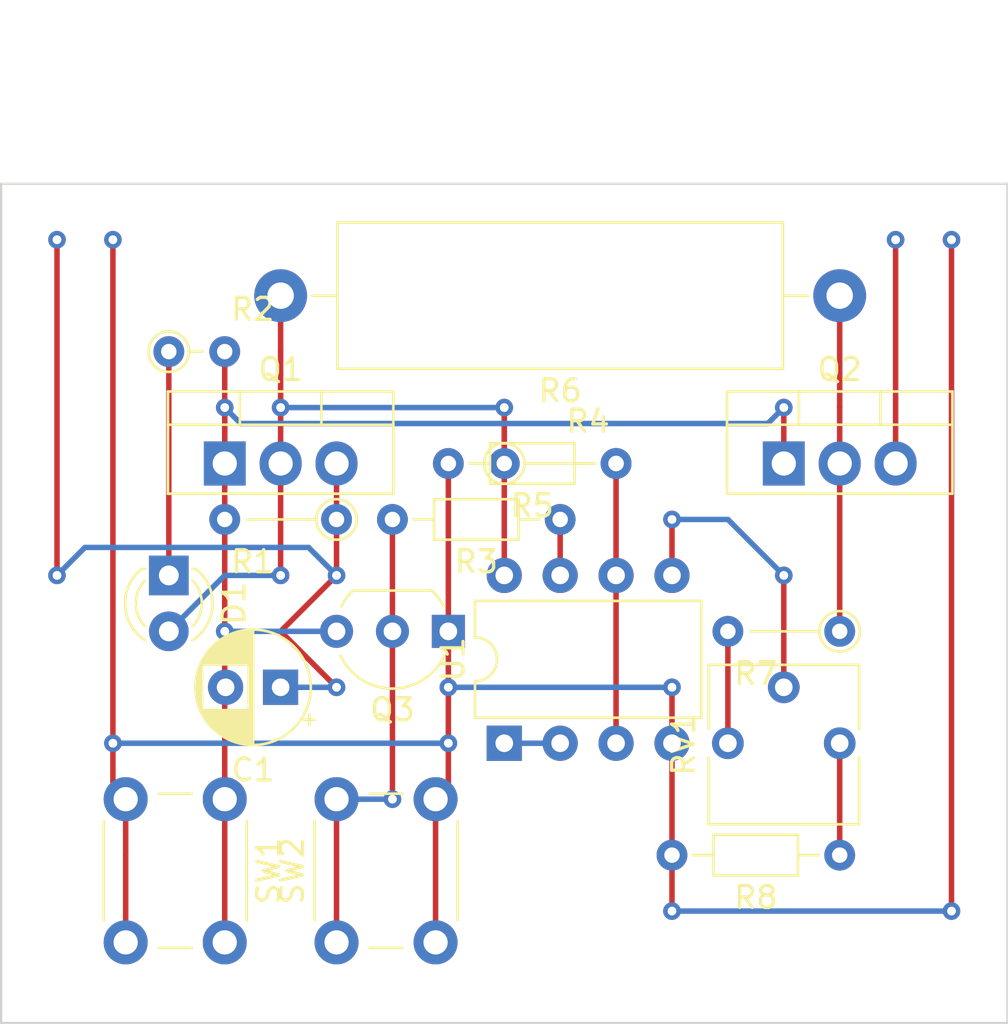
<source format=kicad_pcb>
(kicad_pcb (version 20171130) (host pcbnew "(5.1.9)-1")

  (general
    (thickness 1.6)
    (drawings 5)
    (tracks 92)
    (zones 0)
    (modules 17)
    (nets 15)
  )

  (page A4)
  (layers
    (0 F.Cu signal)
    (31 B.Cu signal)
    (32 B.Adhes user)
    (33 F.Adhes user)
    (34 B.Paste user)
    (35 F.Paste user)
    (36 B.SilkS user)
    (37 F.SilkS user)
    (38 B.Mask user)
    (39 F.Mask user)
    (40 Dwgs.User user)
    (41 Cmts.User user)
    (42 Eco1.User user)
    (43 Eco2.User user)
    (44 Edge.Cuts user)
    (45 Margin user)
    (46 B.CrtYd user)
    (47 F.CrtYd user)
    (48 B.Fab user)
    (49 F.Fab user)
  )

  (setup
    (last_trace_width 0.25)
    (trace_clearance 0.2)
    (zone_clearance 0.508)
    (zone_45_only no)
    (trace_min 0.2)
    (via_size 0.8)
    (via_drill 0.4)
    (via_min_size 0.4)
    (via_min_drill 0.3)
    (uvia_size 0.3)
    (uvia_drill 0.1)
    (uvias_allowed no)
    (uvia_min_size 0.2)
    (uvia_min_drill 0.1)
    (edge_width 0.05)
    (segment_width 0.2)
    (pcb_text_width 0.3)
    (pcb_text_size 1.5 1.5)
    (mod_edge_width 0.12)
    (mod_text_size 1 1)
    (mod_text_width 0.15)
    (pad_size 1.524 1.524)
    (pad_drill 0.762)
    (pad_to_mask_clearance 0)
    (aux_axis_origin 0 0)
    (visible_elements FFFFFF7F)
    (pcbplotparams
      (layerselection 0x010fc_ffffffff)
      (usegerberextensions false)
      (usegerberattributes true)
      (usegerberadvancedattributes true)
      (creategerberjobfile true)
      (excludeedgelayer true)
      (linewidth 0.100000)
      (plotframeref false)
      (viasonmask false)
      (mode 1)
      (useauxorigin false)
      (hpglpennumber 1)
      (hpglpenspeed 20)
      (hpglpendiameter 15.000000)
      (psnegative false)
      (psa4output false)
      (plotreference true)
      (plotvalue true)
      (plotinvisibletext false)
      (padsonsilk false)
      (subtractmaskfromsilk false)
      (outputformat 1)
      (mirror false)
      (drillshape 1)
      (scaleselection 1)
      (outputdirectory ""))
  )

  (net 0 "")
  (net 1 "Net-(C1-Pad2)")
  (net 2 V_IN)
  (net 3 "Net-(D1-Pad2)")
  (net 4 "Net-(D1-Pad1)")
  (net 5 V_OUT)
  (net 6 "Net-(Q2-Pad2)")
  (net 7 GND_IN)
  (net 8 "Net-(Q3-Pad2)")
  (net 9 "Net-(R3-Pad1)")
  (net 10 "Net-(R4-Pad2)")
  (net 11 "Net-(R7-Pad2)")
  (net 12 "Net-(R8-Pad1)")
  (net 13 "Net-(RV1-Pad2)")
  (net 14 "Net-(U1-Pad1)")

  (net_class Default "This is the default net class."
    (clearance 0.2)
    (trace_width 0.25)
    (via_dia 0.8)
    (via_drill 0.4)
    (uvia_dia 0.3)
    (uvia_drill 0.1)
    (add_net GND_IN)
    (add_net "Net-(C1-Pad2)")
    (add_net "Net-(D1-Pad1)")
    (add_net "Net-(D1-Pad2)")
    (add_net "Net-(Q2-Pad2)")
    (add_net "Net-(Q3-Pad2)")
    (add_net "Net-(R3-Pad1)")
    (add_net "Net-(R4-Pad2)")
    (add_net "Net-(R7-Pad2)")
    (add_net "Net-(R8-Pad1)")
    (add_net "Net-(RV1-Pad2)")
    (add_net "Net-(U1-Pad1)")
    (add_net V_IN)
    (add_net V_OUT)
  )

  (module Resistor_THT:R_Axial_DIN0204_L3.6mm_D1.6mm_P7.62mm_Horizontal (layer F.Cu) (tedit 5AE5139B) (tstamp 60544262)
    (at 127 86.36 180)
    (descr "Resistor, Axial_DIN0204 series, Axial, Horizontal, pin pitch=7.62mm, 0.167W, length*diameter=3.6*1.6mm^2, http://cdn-reichelt.de/documents/datenblatt/B400/1_4W%23YAG.pdf")
    (tags "Resistor Axial_DIN0204 series Axial Horizontal pin pitch 7.62mm 0.167W length 3.6mm diameter 1.6mm")
    (path /60536995)
    (fp_text reference R8 (at 3.81 -1.92) (layer F.SilkS)
      (effects (font (size 1 1) (thickness 0.15)))
    )
    (fp_text value 47K (at 3.81 1.92) (layer F.Fab)
      (effects (font (size 1 1) (thickness 0.15)))
    )
    (fp_text user %R (at 3.81 0) (layer F.Fab)
      (effects (font (size 0.72 0.72) (thickness 0.108)))
    )
    (fp_line (start 2.01 -0.8) (end 2.01 0.8) (layer F.Fab) (width 0.1))
    (fp_line (start 2.01 0.8) (end 5.61 0.8) (layer F.Fab) (width 0.1))
    (fp_line (start 5.61 0.8) (end 5.61 -0.8) (layer F.Fab) (width 0.1))
    (fp_line (start 5.61 -0.8) (end 2.01 -0.8) (layer F.Fab) (width 0.1))
    (fp_line (start 0 0) (end 2.01 0) (layer F.Fab) (width 0.1))
    (fp_line (start 7.62 0) (end 5.61 0) (layer F.Fab) (width 0.1))
    (fp_line (start 1.89 -0.92) (end 1.89 0.92) (layer F.SilkS) (width 0.12))
    (fp_line (start 1.89 0.92) (end 5.73 0.92) (layer F.SilkS) (width 0.12))
    (fp_line (start 5.73 0.92) (end 5.73 -0.92) (layer F.SilkS) (width 0.12))
    (fp_line (start 5.73 -0.92) (end 1.89 -0.92) (layer F.SilkS) (width 0.12))
    (fp_line (start 0.94 0) (end 1.89 0) (layer F.SilkS) (width 0.12))
    (fp_line (start 6.68 0) (end 5.73 0) (layer F.SilkS) (width 0.12))
    (fp_line (start -0.95 -1.05) (end -0.95 1.05) (layer F.CrtYd) (width 0.05))
    (fp_line (start -0.95 1.05) (end 8.57 1.05) (layer F.CrtYd) (width 0.05))
    (fp_line (start 8.57 1.05) (end 8.57 -1.05) (layer F.CrtYd) (width 0.05))
    (fp_line (start 8.57 -1.05) (end -0.95 -1.05) (layer F.CrtYd) (width 0.05))
    (pad 2 thru_hole oval (at 7.62 0 180) (size 1.4 1.4) (drill 0.7) (layers *.Cu *.Mask)
      (net 7 GND_IN))
    (pad 1 thru_hole circle (at 0 0 180) (size 1.4 1.4) (drill 0.7) (layers *.Cu *.Mask)
      (net 12 "Net-(R8-Pad1)"))
    (model ${KISYS3DMOD}/Resistor_THT.3dshapes/R_Axial_DIN0204_L3.6mm_D1.6mm_P7.62mm_Horizontal.wrl
      (at (xyz 0 0 0))
      (scale (xyz 1 1 1))
      (rotate (xyz 0 0 0))
    )
  )

  (module Resistor_THT:R_Axial_DIN0204_L3.6mm_D1.6mm_P5.08mm_Vertical (layer F.Cu) (tedit 5AE5139B) (tstamp 605441C1)
    (at 104.14 71.12 180)
    (descr "Resistor, Axial_DIN0204 series, Axial, Vertical, pin pitch=5.08mm, 0.167W, length*diameter=3.6*1.6mm^2, http://cdn-reichelt.de/documents/datenblatt/B400/1_4W%23YAG.pdf")
    (tags "Resistor Axial_DIN0204 series Axial Vertical pin pitch 5.08mm 0.167W length 3.6mm diameter 1.6mm")
    (path /6053260C)
    (fp_text reference R1 (at 3.81 -1.92) (layer F.SilkS)
      (effects (font (size 1 1) (thickness 0.15)))
    )
    (fp_text value 10K (at 3.81 1.92) (layer F.Fab)
      (effects (font (size 1 1) (thickness 0.15)))
    )
    (fp_text user %R (at 3.81 0) (layer F.Fab)
      (effects (font (size 0.72 0.72) (thickness 0.108)))
    )
    (fp_circle (center 0 0) (end 0.8 0) (layer F.Fab) (width 0.1))
    (fp_circle (center 0 0) (end 0.92 0) (layer F.SilkS) (width 0.12))
    (fp_line (start 0 0) (end 5.08 0) (layer F.Fab) (width 0.1))
    (fp_line (start 0.92 0) (end 4.08 0) (layer F.SilkS) (width 0.12))
    (fp_line (start -1.05 -1.05) (end -1.05 1.05) (layer F.CrtYd) (width 0.05))
    (fp_line (start -1.05 1.05) (end 6.03 1.05) (layer F.CrtYd) (width 0.05))
    (fp_line (start 6.03 1.05) (end 6.03 -1.05) (layer F.CrtYd) (width 0.05))
    (fp_line (start 6.03 -1.05) (end -1.05 -1.05) (layer F.CrtYd) (width 0.05))
    (pad 2 thru_hole oval (at 5.08 0 180) (size 1.4 1.4) (drill 0.7) (layers *.Cu *.Mask)
      (net 1 "Net-(C1-Pad2)"))
    (pad 1 thru_hole circle (at 0 0 180) (size 1.4 1.4) (drill 0.7) (layers *.Cu *.Mask)
      (net 2 V_IN))
    (model ${KISYS3DMOD}/Resistor_THT.3dshapes/R_Axial_DIN0204_L3.6mm_D1.6mm_P5.08mm_Vertical.wrl
      (at (xyz 0 0 0))
      (scale (xyz 1 1 1))
      (rotate (xyz 0 0 0))
    )
  )

  (module Resistor_THT:R_Axial_DIN0204_L3.6mm_D1.6mm_P2.54mm_Vertical (layer F.Cu) (tedit 5AE5139B) (tstamp 605441D8)
    (at 96.52 63.5)
    (descr "Resistor, Axial_DIN0204 series, Axial, Vertical, pin pitch=2.54mm, 0.167W, length*diameter=3.6*1.6mm^2, http://cdn-reichelt.de/documents/datenblatt/B400/1_4W%23YAG.pdf")
    (tags "Resistor Axial_DIN0204 series Axial Vertical pin pitch 2.54mm 0.167W length 3.6mm diameter 1.6mm")
    (path /60541B09)
    (fp_text reference R2 (at 3.81 -1.92) (layer F.SilkS)
      (effects (font (size 1 1) (thickness 0.15)))
    )
    (fp_text value 10K (at 3.81 1.92) (layer F.Fab)
      (effects (font (size 1 1) (thickness 0.15)))
    )
    (fp_text user %R (at 3.81 0) (layer F.Fab)
      (effects (font (size 0.72 0.72) (thickness 0.108)))
    )
    (fp_circle (center 0 0) (end 0.8 0) (layer F.Fab) (width 0.1))
    (fp_circle (center 0 0) (end 0.92 0) (layer F.SilkS) (width 0.12))
    (fp_line (start 0 0) (end 2.54 0) (layer F.Fab) (width 0.1))
    (fp_line (start 0.92 0) (end 1.54 0) (layer F.SilkS) (width 0.12))
    (fp_line (start -1.05 -1.05) (end -1.05 1.05) (layer F.CrtYd) (width 0.05))
    (fp_line (start -1.05 1.05) (end 3.49 1.05) (layer F.CrtYd) (width 0.05))
    (fp_line (start 3.49 1.05) (end 3.49 -1.05) (layer F.CrtYd) (width 0.05))
    (fp_line (start 3.49 -1.05) (end -1.05 -1.05) (layer F.CrtYd) (width 0.05))
    (pad 2 thru_hole oval (at 2.54 0) (size 1.4 1.4) (drill 0.7) (layers *.Cu *.Mask)
      (net 1 "Net-(C1-Pad2)"))
    (pad 1 thru_hole circle (at 0 0) (size 1.4 1.4) (drill 0.7) (layers *.Cu *.Mask)
      (net 4 "Net-(D1-Pad1)"))
    (model ${KISYS3DMOD}/Resistor_THT.3dshapes/R_Axial_DIN0204_L3.6mm_D1.6mm_P2.54mm_Vertical.wrl
      (at (xyz 0 0 0))
      (scale (xyz 1 1 1))
      (rotate (xyz 0 0 0))
    )
  )

  (module Resistor_THT:R_Axial_DIN0204_L3.6mm_D1.6mm_P5.08mm_Vertical (layer F.Cu) (tedit 5AE5139B) (tstamp 60544206)
    (at 111.76 68.58)
    (descr "Resistor, Axial_DIN0204 series, Axial, Vertical, pin pitch=5.08mm, 0.167W, length*diameter=3.6*1.6mm^2, http://cdn-reichelt.de/documents/datenblatt/B400/1_4W%23YAG.pdf")
    (tags "Resistor Axial_DIN0204 series Axial Vertical pin pitch 5.08mm 0.167W length 3.6mm diameter 1.6mm")
    (path /605361CC)
    (fp_text reference R4 (at 3.81 -1.92) (layer F.SilkS)
      (effects (font (size 1 1) (thickness 0.15)))
    )
    (fp_text value 10K (at 3.81 1.92) (layer F.Fab)
      (effects (font (size 1 1) (thickness 0.15)))
    )
    (fp_text user %R (at 3.81 0) (layer F.Fab)
      (effects (font (size 0.72 0.72) (thickness 0.108)))
    )
    (fp_circle (center 0 0) (end 0.8 0) (layer F.Fab) (width 0.1))
    (fp_circle (center 0 0) (end 0.92 0) (layer F.SilkS) (width 0.12))
    (fp_line (start 0 0) (end 5.08 0) (layer F.Fab) (width 0.1))
    (fp_line (start 0.92 0) (end 4.08 0) (layer F.SilkS) (width 0.12))
    (fp_line (start -1.05 -1.05) (end -1.05 1.05) (layer F.CrtYd) (width 0.05))
    (fp_line (start -1.05 1.05) (end 6.03 1.05) (layer F.CrtYd) (width 0.05))
    (fp_line (start 6.03 1.05) (end 6.03 -1.05) (layer F.CrtYd) (width 0.05))
    (fp_line (start 6.03 -1.05) (end -1.05 -1.05) (layer F.CrtYd) (width 0.05))
    (pad 2 thru_hole oval (at 5.08 0) (size 1.4 1.4) (drill 0.7) (layers *.Cu *.Mask)
      (net 10 "Net-(R4-Pad2)"))
    (pad 1 thru_hole circle (at 0 0) (size 1.4 1.4) (drill 0.7) (layers *.Cu *.Mask)
      (net 3 "Net-(D1-Pad2)"))
    (model ${KISYS3DMOD}/Resistor_THT.3dshapes/R_Axial_DIN0204_L3.6mm_D1.6mm_P5.08mm_Vertical.wrl
      (at (xyz 0 0 0))
      (scale (xyz 1 1 1))
      (rotate (xyz 0 0 0))
    )
  )

  (module Resistor_THT:R_Axial_DIN0204_L3.6mm_D1.6mm_P5.08mm_Vertical (layer F.Cu) (tedit 5AE5139B) (tstamp 6054424B)
    (at 127 76.2 180)
    (descr "Resistor, Axial_DIN0204 series, Axial, Vertical, pin pitch=5.08mm, 0.167W, length*diameter=3.6*1.6mm^2, http://cdn-reichelt.de/documents/datenblatt/B400/1_4W%23YAG.pdf")
    (tags "Resistor Axial_DIN0204 series Axial Vertical pin pitch 5.08mm 0.167W length 3.6mm diameter 1.6mm")
    (path /60536704)
    (fp_text reference R7 (at 3.81 -1.92) (layer F.SilkS)
      (effects (font (size 1 1) (thickness 0.15)))
    )
    (fp_text value 47K (at 3.81 1.92) (layer F.Fab)
      (effects (font (size 1 1) (thickness 0.15)))
    )
    (fp_text user %R (at 3.81 0) (layer F.Fab)
      (effects (font (size 0.72 0.72) (thickness 0.108)))
    )
    (fp_circle (center 0 0) (end 0.8 0) (layer F.Fab) (width 0.1))
    (fp_circle (center 0 0) (end 0.92 0) (layer F.SilkS) (width 0.12))
    (fp_line (start 0 0) (end 5.08 0) (layer F.Fab) (width 0.1))
    (fp_line (start 0.92 0) (end 4.08 0) (layer F.SilkS) (width 0.12))
    (fp_line (start -1.05 -1.05) (end -1.05 1.05) (layer F.CrtYd) (width 0.05))
    (fp_line (start -1.05 1.05) (end 6.03 1.05) (layer F.CrtYd) (width 0.05))
    (fp_line (start 6.03 1.05) (end 6.03 -1.05) (layer F.CrtYd) (width 0.05))
    (fp_line (start 6.03 -1.05) (end -1.05 -1.05) (layer F.CrtYd) (width 0.05))
    (pad 2 thru_hole oval (at 5.08 0 180) (size 1.4 1.4) (drill 0.7) (layers *.Cu *.Mask)
      (net 11 "Net-(R7-Pad2)"))
    (pad 1 thru_hole circle (at 0 0 180) (size 1.4 1.4) (drill 0.7) (layers *.Cu *.Mask)
      (net 6 "Net-(Q2-Pad2)"))
    (model ${KISYS3DMOD}/Resistor_THT.3dshapes/R_Axial_DIN0204_L3.6mm_D1.6mm_P5.08mm_Vertical.wrl
      (at (xyz 0 0 0))
      (scale (xyz 1 1 1))
      (rotate (xyz 0 0 0))
    )
  )

  (module Resistor_THT:R_Axial_DIN0204_L3.6mm_D1.6mm_P7.62mm_Horizontal (layer F.Cu) (tedit 5AE5139B) (tstamp 6054421D)
    (at 116.84 68.58 180)
    (descr "Resistor, Axial_DIN0204 series, Axial, Horizontal, pin pitch=7.62mm, 0.167W, length*diameter=3.6*1.6mm^2, http://cdn-reichelt.de/documents/datenblatt/B400/1_4W%23YAG.pdf")
    (tags "Resistor Axial_DIN0204 series Axial Horizontal pin pitch 7.62mm 0.167W length 3.6mm diameter 1.6mm")
    (path /60536424)
    (fp_text reference R5 (at 3.81 -1.92) (layer F.SilkS)
      (effects (font (size 1 1) (thickness 0.15)))
    )
    (fp_text value 10K (at 3.81 1.92) (layer F.Fab)
      (effects (font (size 1 1) (thickness 0.15)))
    )
    (fp_text user %R (at 3.81 0) (layer F.Fab)
      (effects (font (size 0.72 0.72) (thickness 0.108)))
    )
    (fp_line (start 2.01 -0.8) (end 2.01 0.8) (layer F.Fab) (width 0.1))
    (fp_line (start 2.01 0.8) (end 5.61 0.8) (layer F.Fab) (width 0.1))
    (fp_line (start 5.61 0.8) (end 5.61 -0.8) (layer F.Fab) (width 0.1))
    (fp_line (start 5.61 -0.8) (end 2.01 -0.8) (layer F.Fab) (width 0.1))
    (fp_line (start 0 0) (end 2.01 0) (layer F.Fab) (width 0.1))
    (fp_line (start 7.62 0) (end 5.61 0) (layer F.Fab) (width 0.1))
    (fp_line (start 1.89 -0.92) (end 1.89 0.92) (layer F.SilkS) (width 0.12))
    (fp_line (start 1.89 0.92) (end 5.73 0.92) (layer F.SilkS) (width 0.12))
    (fp_line (start 5.73 0.92) (end 5.73 -0.92) (layer F.SilkS) (width 0.12))
    (fp_line (start 5.73 -0.92) (end 1.89 -0.92) (layer F.SilkS) (width 0.12))
    (fp_line (start 0.94 0) (end 1.89 0) (layer F.SilkS) (width 0.12))
    (fp_line (start 6.68 0) (end 5.73 0) (layer F.SilkS) (width 0.12))
    (fp_line (start -0.95 -1.05) (end -0.95 1.05) (layer F.CrtYd) (width 0.05))
    (fp_line (start -0.95 1.05) (end 8.57 1.05) (layer F.CrtYd) (width 0.05))
    (fp_line (start 8.57 1.05) (end 8.57 -1.05) (layer F.CrtYd) (width 0.05))
    (fp_line (start 8.57 -1.05) (end -0.95 -1.05) (layer F.CrtYd) (width 0.05))
    (pad 2 thru_hole oval (at 7.62 0 180) (size 1.4 1.4) (drill 0.7) (layers *.Cu *.Mask)
      (net 7 GND_IN))
    (pad 1 thru_hole circle (at 0 0 180) (size 1.4 1.4) (drill 0.7) (layers *.Cu *.Mask)
      (net 10 "Net-(R4-Pad2)"))
    (model ${KISYS3DMOD}/Resistor_THT.3dshapes/R_Axial_DIN0204_L3.6mm_D1.6mm_P7.62mm_Horizontal.wrl
      (at (xyz 0 0 0))
      (scale (xyz 1 1 1))
      (rotate (xyz 0 0 0))
    )
  )

  (module Package_TO_SOT_THT:TO-92_Inline_Wide (layer F.Cu) (tedit 5A02FF81) (tstamp 60546846)
    (at 109.22 76.2 180)
    (descr "TO-92 leads in-line, wide, drill 0.75mm (see NXP sot054_po.pdf)")
    (tags "to-92 sc-43 sc-43a sot54 PA33 transistor")
    (path /6052FAFC)
    (fp_text reference Q3 (at 2.54 -3.56) (layer F.SilkS)
      (effects (font (size 1 1) (thickness 0.15)))
    )
    (fp_text value 2N3904 (at 2.54 2.79) (layer F.Fab)
      (effects (font (size 1 1) (thickness 0.15)))
    )
    (fp_arc (start 2.54 0) (end 4.34 1.85) (angle -20) (layer F.SilkS) (width 0.12))
    (fp_arc (start 2.54 0) (end 2.54 -2.48) (angle -135) (layer F.Fab) (width 0.1))
    (fp_arc (start 2.54 0) (end 2.54 -2.48) (angle 135) (layer F.Fab) (width 0.1))
    (fp_arc (start 2.54 0) (end 2.54 -2.6) (angle 65) (layer F.SilkS) (width 0.12))
    (fp_arc (start 2.54 0) (end 2.54 -2.6) (angle -65) (layer F.SilkS) (width 0.12))
    (fp_arc (start 2.54 0) (end 0.74 1.85) (angle 20) (layer F.SilkS) (width 0.12))
    (fp_text user %R (at 2.54 0) (layer F.Fab)
      (effects (font (size 1 1) (thickness 0.15)))
    )
    (fp_line (start 0.74 1.85) (end 4.34 1.85) (layer F.SilkS) (width 0.12))
    (fp_line (start 0.8 1.75) (end 4.3 1.75) (layer F.Fab) (width 0.1))
    (fp_line (start -1.01 -2.73) (end 6.09 -2.73) (layer F.CrtYd) (width 0.05))
    (fp_line (start -1.01 -2.73) (end -1.01 2.01) (layer F.CrtYd) (width 0.05))
    (fp_line (start 6.09 2.01) (end 6.09 -2.73) (layer F.CrtYd) (width 0.05))
    (fp_line (start 6.09 2.01) (end -1.01 2.01) (layer F.CrtYd) (width 0.05))
    (pad 1 thru_hole rect (at 0 0 180) (size 1.5 1.5) (drill 0.8) (layers *.Cu *.Mask)
      (net 7 GND_IN))
    (pad 3 thru_hole circle (at 5.08 0 180) (size 1.5 1.5) (drill 0.8) (layers *.Cu *.Mask)
      (net 1 "Net-(C1-Pad2)"))
    (pad 2 thru_hole circle (at 2.54 0 180) (size 1.5 1.5) (drill 0.8) (layers *.Cu *.Mask)
      (net 8 "Net-(Q3-Pad2)"))
    (model ${KISYS3DMOD}/Package_TO_SOT_THT.3dshapes/TO-92_Inline_Wide.wrl
      (at (xyz 0 0 0))
      (scale (xyz 1 1 1))
      (rotate (xyz 0 0 0))
    )
  )

  (module Package_DIP:DIP-8_W7.62mm (layer F.Cu) (tedit 5A02E8C5) (tstamp 605442DF)
    (at 111.76 81.28 90)
    (descr "8-lead though-hole mounted DIP package, row spacing 7.62 mm (300 mils)")
    (tags "THT DIP DIL PDIP 2.54mm 7.62mm 300mil")
    (path /6052A329)
    (fp_text reference U1 (at 3.81 -2.33 90) (layer F.SilkS)
      (effects (font (size 1 1) (thickness 0.15)))
    )
    (fp_text value TL072 (at 3.81 9.95 90) (layer F.Fab)
      (effects (font (size 1 1) (thickness 0.15)))
    )
    (fp_text user %R (at 3.81 3.81 90) (layer F.Fab)
      (effects (font (size 1 1) (thickness 0.15)))
    )
    (fp_arc (start 3.81 -1.33) (end 2.81 -1.33) (angle -180) (layer F.SilkS) (width 0.12))
    (fp_line (start 1.635 -1.27) (end 6.985 -1.27) (layer F.Fab) (width 0.1))
    (fp_line (start 6.985 -1.27) (end 6.985 8.89) (layer F.Fab) (width 0.1))
    (fp_line (start 6.985 8.89) (end 0.635 8.89) (layer F.Fab) (width 0.1))
    (fp_line (start 0.635 8.89) (end 0.635 -0.27) (layer F.Fab) (width 0.1))
    (fp_line (start 0.635 -0.27) (end 1.635 -1.27) (layer F.Fab) (width 0.1))
    (fp_line (start 2.81 -1.33) (end 1.16 -1.33) (layer F.SilkS) (width 0.12))
    (fp_line (start 1.16 -1.33) (end 1.16 8.95) (layer F.SilkS) (width 0.12))
    (fp_line (start 1.16 8.95) (end 6.46 8.95) (layer F.SilkS) (width 0.12))
    (fp_line (start 6.46 8.95) (end 6.46 -1.33) (layer F.SilkS) (width 0.12))
    (fp_line (start 6.46 -1.33) (end 4.81 -1.33) (layer F.SilkS) (width 0.12))
    (fp_line (start -1.1 -1.55) (end -1.1 9.15) (layer F.CrtYd) (width 0.05))
    (fp_line (start -1.1 9.15) (end 8.7 9.15) (layer F.CrtYd) (width 0.05))
    (fp_line (start 8.7 9.15) (end 8.7 -1.55) (layer F.CrtYd) (width 0.05))
    (fp_line (start 8.7 -1.55) (end -1.1 -1.55) (layer F.CrtYd) (width 0.05))
    (pad 8 thru_hole oval (at 7.62 0 90) (size 1.6 1.6) (drill 0.8) (layers *.Cu *.Mask)
      (net 3 "Net-(D1-Pad2)"))
    (pad 4 thru_hole oval (at 0 7.62 90) (size 1.6 1.6) (drill 0.8) (layers *.Cu *.Mask)
      (net 7 GND_IN))
    (pad 7 thru_hole oval (at 7.62 2.54 90) (size 1.6 1.6) (drill 0.8) (layers *.Cu *.Mask)
      (net 9 "Net-(R3-Pad1)"))
    (pad 3 thru_hole oval (at 0 5.08 90) (size 1.6 1.6) (drill 0.8) (layers *.Cu *.Mask)
      (net 10 "Net-(R4-Pad2)"))
    (pad 6 thru_hole oval (at 7.62 5.08 90) (size 1.6 1.6) (drill 0.8) (layers *.Cu *.Mask)
      (net 10 "Net-(R4-Pad2)"))
    (pad 2 thru_hole oval (at 0 2.54 90) (size 1.6 1.6) (drill 0.8) (layers *.Cu *.Mask)
      (net 14 "Net-(U1-Pad1)"))
    (pad 5 thru_hole oval (at 7.62 7.62 90) (size 1.6 1.6) (drill 0.8) (layers *.Cu *.Mask)
      (net 13 "Net-(RV1-Pad2)"))
    (pad 1 thru_hole rect (at 0 0 90) (size 1.6 1.6) (drill 0.8) (layers *.Cu *.Mask)
      (net 14 "Net-(U1-Pad1)"))
    (model ${KISYS3DMOD}/Package_DIP.3dshapes/DIP-8_W7.62mm.wrl
      (at (xyz 0 0 0))
      (scale (xyz 1 1 1))
      (rotate (xyz 0 0 0))
    )
  )

  (module Button_Switch_THT:SW_PUSH_6mm_H5mm (layer F.Cu) (tedit 5A02FE31) (tstamp 60546C3C)
    (at 104.14 90.32 90)
    (descr "tactile push button, 6x6mm e.g. PHAP33xx series, height=5mm")
    (tags "tact sw push 6mm")
    (path /605373E3)
    (fp_text reference SW2 (at 3.25 -2 90) (layer F.SilkS)
      (effects (font (size 1 1) (thickness 0.15)))
    )
    (fp_text value SW_Push (at 3.75 6.7 90) (layer F.Fab)
      (effects (font (size 1 1) (thickness 0.15)))
    )
    (fp_text user %R (at 3.25 2.25 90) (layer F.Fab)
      (effects (font (size 1 1) (thickness 0.15)))
    )
    (fp_line (start 3.25 -0.75) (end 6.25 -0.75) (layer F.Fab) (width 0.1))
    (fp_line (start 6.25 -0.75) (end 6.25 5.25) (layer F.Fab) (width 0.1))
    (fp_line (start 6.25 5.25) (end 0.25 5.25) (layer F.Fab) (width 0.1))
    (fp_line (start 0.25 5.25) (end 0.25 -0.75) (layer F.Fab) (width 0.1))
    (fp_line (start 0.25 -0.75) (end 3.25 -0.75) (layer F.Fab) (width 0.1))
    (fp_line (start 7.75 6) (end 8 6) (layer F.CrtYd) (width 0.05))
    (fp_line (start 8 6) (end 8 5.75) (layer F.CrtYd) (width 0.05))
    (fp_line (start 7.75 -1.5) (end 8 -1.5) (layer F.CrtYd) (width 0.05))
    (fp_line (start 8 -1.5) (end 8 -1.25) (layer F.CrtYd) (width 0.05))
    (fp_line (start -1.5 -1.25) (end -1.5 -1.5) (layer F.CrtYd) (width 0.05))
    (fp_line (start -1.5 -1.5) (end -1.25 -1.5) (layer F.CrtYd) (width 0.05))
    (fp_line (start -1.5 5.75) (end -1.5 6) (layer F.CrtYd) (width 0.05))
    (fp_line (start -1.5 6) (end -1.25 6) (layer F.CrtYd) (width 0.05))
    (fp_line (start -1.25 -1.5) (end 7.75 -1.5) (layer F.CrtYd) (width 0.05))
    (fp_line (start -1.5 5.75) (end -1.5 -1.25) (layer F.CrtYd) (width 0.05))
    (fp_line (start 7.75 6) (end -1.25 6) (layer F.CrtYd) (width 0.05))
    (fp_line (start 8 -1.25) (end 8 5.75) (layer F.CrtYd) (width 0.05))
    (fp_line (start 1 5.5) (end 5.5 5.5) (layer F.SilkS) (width 0.12))
    (fp_line (start -0.25 1.5) (end -0.25 3) (layer F.SilkS) (width 0.12))
    (fp_line (start 5.5 -1) (end 1 -1) (layer F.SilkS) (width 0.12))
    (fp_line (start 6.75 3) (end 6.75 1.5) (layer F.SilkS) (width 0.12))
    (fp_circle (center 3.25 2.25) (end 1.25 2.5) (layer F.Fab) (width 0.1))
    (pad 1 thru_hole circle (at 6.5 0 180) (size 2 2) (drill 1.1) (layers *.Cu *.Mask)
      (net 8 "Net-(Q3-Pad2)"))
    (pad 2 thru_hole circle (at 6.5 4.5 180) (size 2 2) (drill 1.1) (layers *.Cu *.Mask)
      (net 7 GND_IN))
    (pad 1 thru_hole circle (at 0 0 180) (size 2 2) (drill 1.1) (layers *.Cu *.Mask)
      (net 8 "Net-(Q3-Pad2)"))
    (pad 2 thru_hole circle (at 0 4.5 180) (size 2 2) (drill 1.1) (layers *.Cu *.Mask)
      (net 7 GND_IN))
    (model ${KISYS3DMOD}/Button_Switch_THT.3dshapes/SW_PUSH_6mm_H5mm.wrl
      (at (xyz 0 0 0))
      (scale (xyz 1 1 1))
      (rotate (xyz 0 0 0))
    )
  )

  (module Button_Switch_THT:SW_PUSH_6mm_H5mm (layer F.Cu) (tedit 5A02FE31) (tstamp 605442A4)
    (at 99.06 83.82 270)
    (descr "tactile push button, 6x6mm e.g. PHAP33xx series, height=5mm")
    (tags "tact sw push 6mm")
    (path /60534407)
    (fp_text reference SW1 (at 3.25 -2 90) (layer F.SilkS)
      (effects (font (size 1 1) (thickness 0.15)))
    )
    (fp_text value SW_Push (at 3.75 6.7 90) (layer F.Fab)
      (effects (font (size 1 1) (thickness 0.15)))
    )
    (fp_text user %R (at 3.25 2.25 90) (layer F.Fab)
      (effects (font (size 1 1) (thickness 0.15)))
    )
    (fp_line (start 3.25 -0.75) (end 6.25 -0.75) (layer F.Fab) (width 0.1))
    (fp_line (start 6.25 -0.75) (end 6.25 5.25) (layer F.Fab) (width 0.1))
    (fp_line (start 6.25 5.25) (end 0.25 5.25) (layer F.Fab) (width 0.1))
    (fp_line (start 0.25 5.25) (end 0.25 -0.75) (layer F.Fab) (width 0.1))
    (fp_line (start 0.25 -0.75) (end 3.25 -0.75) (layer F.Fab) (width 0.1))
    (fp_line (start 7.75 6) (end 8 6) (layer F.CrtYd) (width 0.05))
    (fp_line (start 8 6) (end 8 5.75) (layer F.CrtYd) (width 0.05))
    (fp_line (start 7.75 -1.5) (end 8 -1.5) (layer F.CrtYd) (width 0.05))
    (fp_line (start 8 -1.5) (end 8 -1.25) (layer F.CrtYd) (width 0.05))
    (fp_line (start -1.5 -1.25) (end -1.5 -1.5) (layer F.CrtYd) (width 0.05))
    (fp_line (start -1.5 -1.5) (end -1.25 -1.5) (layer F.CrtYd) (width 0.05))
    (fp_line (start -1.5 5.75) (end -1.5 6) (layer F.CrtYd) (width 0.05))
    (fp_line (start -1.5 6) (end -1.25 6) (layer F.CrtYd) (width 0.05))
    (fp_line (start -1.25 -1.5) (end 7.75 -1.5) (layer F.CrtYd) (width 0.05))
    (fp_line (start -1.5 5.75) (end -1.5 -1.25) (layer F.CrtYd) (width 0.05))
    (fp_line (start 7.75 6) (end -1.25 6) (layer F.CrtYd) (width 0.05))
    (fp_line (start 8 -1.25) (end 8 5.75) (layer F.CrtYd) (width 0.05))
    (fp_line (start 1 5.5) (end 5.5 5.5) (layer F.SilkS) (width 0.12))
    (fp_line (start -0.25 1.5) (end -0.25 3) (layer F.SilkS) (width 0.12))
    (fp_line (start 5.5 -1) (end 1 -1) (layer F.SilkS) (width 0.12))
    (fp_line (start 6.75 3) (end 6.75 1.5) (layer F.SilkS) (width 0.12))
    (fp_circle (center 3.25 2.25) (end 1.25 2.5) (layer F.Fab) (width 0.1))
    (pad 1 thru_hole circle (at 6.5 0) (size 2 2) (drill 1.1) (layers *.Cu *.Mask)
      (net 1 "Net-(C1-Pad2)"))
    (pad 2 thru_hole circle (at 6.5 4.5) (size 2 2) (drill 1.1) (layers *.Cu *.Mask)
      (net 7 GND_IN))
    (pad 1 thru_hole circle (at 0 0) (size 2 2) (drill 1.1) (layers *.Cu *.Mask)
      (net 1 "Net-(C1-Pad2)"))
    (pad 2 thru_hole circle (at 0 4.5) (size 2 2) (drill 1.1) (layers *.Cu *.Mask)
      (net 7 GND_IN))
    (model ${KISYS3DMOD}/Button_Switch_THT.3dshapes/SW_PUSH_6mm_H5mm.wrl
      (at (xyz 0 0 0))
      (scale (xyz 1 1 1))
      (rotate (xyz 0 0 0))
    )
  )

  (module Potentiometer_THT:Potentiometer_Vishay_T73YP_Vertical (layer F.Cu) (tedit 5A3D4993) (tstamp 60544285)
    (at 127 81.28 90)
    (descr "Potentiometer, vertical, Vishay T73YP, http://www.vishay.com/docs/51016/t73.pdf")
    (tags "Potentiometer vertical Vishay T73YP")
    (path /6053536C)
    (fp_text reference RV1 (at -0.06 -7.09 90) (layer F.SilkS)
      (effects (font (size 1 1) (thickness 0.15)))
    )
    (fp_text value 10K (at -0.06 2.01 90) (layer F.Fab)
      (effects (font (size 1 1) (thickness 0.15)))
    )
    (fp_text user %R (at -2.56 -2.54) (layer F.Fab)
      (effects (font (size 1 1) (thickness 0.15)))
    )
    (fp_circle (center 0.24 -2.54) (end 1.74 -2.54) (layer F.Fab) (width 0.1))
    (fp_line (start -3.56 -5.84) (end -3.56 0.76) (layer F.Fab) (width 0.1))
    (fp_line (start -3.56 0.76) (end 3.44 0.76) (layer F.Fab) (width 0.1))
    (fp_line (start 3.44 0.76) (end 3.44 -5.84) (layer F.Fab) (width 0.1))
    (fp_line (start 3.44 -5.84) (end -3.56 -5.84) (layer F.Fab) (width 0.1))
    (fp_line (start -0.961 -2.616) (end 0.164 -2.616) (layer F.Fab) (width 0.1))
    (fp_line (start 0.164 -2.616) (end 0.164 -3.741) (layer F.Fab) (width 0.1))
    (fp_line (start 0.164 -3.741) (end 0.316 -3.741) (layer F.Fab) (width 0.1))
    (fp_line (start 0.316 -3.741) (end 0.316 -2.616) (layer F.Fab) (width 0.1))
    (fp_line (start 0.316 -2.616) (end 1.441 -2.616) (layer F.Fab) (width 0.1))
    (fp_line (start 1.441 -2.616) (end 1.441 -2.464) (layer F.Fab) (width 0.1))
    (fp_line (start 1.441 -2.464) (end 0.316 -2.464) (layer F.Fab) (width 0.1))
    (fp_line (start 0.316 -2.464) (end 0.316 -1.339) (layer F.Fab) (width 0.1))
    (fp_line (start 0.316 -1.339) (end 0.164 -1.339) (layer F.Fab) (width 0.1))
    (fp_line (start 0.164 -1.339) (end 0.164 -2.464) (layer F.Fab) (width 0.1))
    (fp_line (start 0.164 -2.464) (end -0.961 -2.464) (layer F.Fab) (width 0.1))
    (fp_line (start -0.961 -2.464) (end -0.961 -2.616) (layer F.Fab) (width 0.1))
    (fp_line (start -3.68 -5.96) (end -0.65 -5.96) (layer F.SilkS) (width 0.12))
    (fp_line (start 0.65 -5.96) (end 3.56 -5.96) (layer F.SilkS) (width 0.12))
    (fp_line (start -3.68 0.88) (end -0.65 0.88) (layer F.SilkS) (width 0.12))
    (fp_line (start 0.65 0.88) (end 3.56 0.88) (layer F.SilkS) (width 0.12))
    (fp_line (start -3.68 -5.96) (end -3.68 0.88) (layer F.SilkS) (width 0.12))
    (fp_line (start 3.56 -5.96) (end 3.56 0.88) (layer F.SilkS) (width 0.12))
    (fp_line (start -3.85 -6.1) (end -3.85 1.05) (layer F.CrtYd) (width 0.05))
    (fp_line (start -3.85 1.05) (end 3.7 1.05) (layer F.CrtYd) (width 0.05))
    (fp_line (start 3.7 1.05) (end 3.7 -6.1) (layer F.CrtYd) (width 0.05))
    (fp_line (start 3.7 -6.1) (end -3.85 -6.1) (layer F.CrtYd) (width 0.05))
    (pad 1 thru_hole circle (at 0 0 90) (size 1.44 1.44) (drill 0.8) (layers *.Cu *.Mask)
      (net 12 "Net-(R8-Pad1)"))
    (pad 2 thru_hole circle (at 2.54 -2.54 90) (size 1.44 1.44) (drill 0.8) (layers *.Cu *.Mask)
      (net 13 "Net-(RV1-Pad2)"))
    (pad 3 thru_hole circle (at 0 -5.08 90) (size 1.44 1.44) (drill 0.8) (layers *.Cu *.Mask)
      (net 11 "Net-(R7-Pad2)"))
    (model ${KISYS3DMOD}/Potentiometer_THT.3dshapes/Potentiometer_Vishay_T73YP_Vertical.wrl
      (at (xyz 0 0 0))
      (scale (xyz 1 1 1))
      (rotate (xyz 0 0 0))
    )
  )

  (module Resistor_THT:R_Axial_Power_L20.0mm_W6.4mm_P25.40mm (layer F.Cu) (tedit 5AE5139B) (tstamp 60544234)
    (at 127 60.96 180)
    (descr "Resistor, Axial_Power series, Box, pin pitch=25.4mm, 4W, length*width*height=20*6.4*6.4mm^3, http://cdn-reichelt.de/documents/datenblatt/B400/5WAXIAL_9WAXIAL_11WAXIAL_17WAXIAL%23YAG.pdf")
    (tags "Resistor Axial_Power series Box pin pitch 25.4mm 4W length 20mm width 6.4mm height 6.4mm")
    (path /60544B95)
    (fp_text reference R6 (at 12.7 -4.32) (layer F.SilkS)
      (effects (font (size 1 1) (thickness 0.15)))
    )
    (fp_text value 1 (at 12.7 4.32) (layer F.Fab)
      (effects (font (size 1 1) (thickness 0.15)))
    )
    (fp_text user %R (at 12.7 0) (layer F.Fab)
      (effects (font (size 1 1) (thickness 0.15)))
    )
    (fp_line (start 2.7 -3.2) (end 2.7 3.2) (layer F.Fab) (width 0.1))
    (fp_line (start 2.7 3.2) (end 22.7 3.2) (layer F.Fab) (width 0.1))
    (fp_line (start 22.7 3.2) (end 22.7 -3.2) (layer F.Fab) (width 0.1))
    (fp_line (start 22.7 -3.2) (end 2.7 -3.2) (layer F.Fab) (width 0.1))
    (fp_line (start 0 0) (end 2.7 0) (layer F.Fab) (width 0.1))
    (fp_line (start 25.4 0) (end 22.7 0) (layer F.Fab) (width 0.1))
    (fp_line (start 2.58 -3.32) (end 2.58 3.32) (layer F.SilkS) (width 0.12))
    (fp_line (start 2.58 3.32) (end 22.82 3.32) (layer F.SilkS) (width 0.12))
    (fp_line (start 22.82 3.32) (end 22.82 -3.32) (layer F.SilkS) (width 0.12))
    (fp_line (start 22.82 -3.32) (end 2.58 -3.32) (layer F.SilkS) (width 0.12))
    (fp_line (start 1.44 0) (end 2.58 0) (layer F.SilkS) (width 0.12))
    (fp_line (start 23.96 0) (end 22.82 0) (layer F.SilkS) (width 0.12))
    (fp_line (start -1.45 -3.45) (end -1.45 3.45) (layer F.CrtYd) (width 0.05))
    (fp_line (start -1.45 3.45) (end 26.85 3.45) (layer F.CrtYd) (width 0.05))
    (fp_line (start 26.85 3.45) (end 26.85 -3.45) (layer F.CrtYd) (width 0.05))
    (fp_line (start 26.85 -3.45) (end -1.45 -3.45) (layer F.CrtYd) (width 0.05))
    (pad 2 thru_hole oval (at 25.4 0 180) (size 2.4 2.4) (drill 1.2) (layers *.Cu *.Mask)
      (net 3 "Net-(D1-Pad2)"))
    (pad 1 thru_hole circle (at 0 0 180) (size 2.4 2.4) (drill 1.2) (layers *.Cu *.Mask)
      (net 6 "Net-(Q2-Pad2)"))
    (model ${KISYS3DMOD}/Resistor_THT.3dshapes/R_Axial_Power_L20.0mm_W6.4mm_P25.40mm.wrl
      (at (xyz 0 0 0))
      (scale (xyz 1 1 1))
      (rotate (xyz 0 0 0))
    )
  )

  (module Resistor_THT:R_Axial_DIN0204_L3.6mm_D1.6mm_P7.62mm_Horizontal (layer F.Cu) (tedit 5AE5139B) (tstamp 605441EF)
    (at 114.3 71.12 180)
    (descr "Resistor, Axial_DIN0204 series, Axial, Horizontal, pin pitch=7.62mm, 0.167W, length*diameter=3.6*1.6mm^2, http://cdn-reichelt.de/documents/datenblatt/B400/1_4W%23YAG.pdf")
    (tags "Resistor Axial_DIN0204 series Axial Horizontal pin pitch 7.62mm 0.167W length 3.6mm diameter 1.6mm")
    (path /60536CFF)
    (fp_text reference R3 (at 3.81 -1.92) (layer F.SilkS)
      (effects (font (size 1 1) (thickness 0.15)))
    )
    (fp_text value 10K (at 3.81 1.92) (layer F.Fab)
      (effects (font (size 1 1) (thickness 0.15)))
    )
    (fp_text user %R (at 3.81 0) (layer F.Fab)
      (effects (font (size 0.72 0.72) (thickness 0.108)))
    )
    (fp_line (start 2.01 -0.8) (end 2.01 0.8) (layer F.Fab) (width 0.1))
    (fp_line (start 2.01 0.8) (end 5.61 0.8) (layer F.Fab) (width 0.1))
    (fp_line (start 5.61 0.8) (end 5.61 -0.8) (layer F.Fab) (width 0.1))
    (fp_line (start 5.61 -0.8) (end 2.01 -0.8) (layer F.Fab) (width 0.1))
    (fp_line (start 0 0) (end 2.01 0) (layer F.Fab) (width 0.1))
    (fp_line (start 7.62 0) (end 5.61 0) (layer F.Fab) (width 0.1))
    (fp_line (start 1.89 -0.92) (end 1.89 0.92) (layer F.SilkS) (width 0.12))
    (fp_line (start 1.89 0.92) (end 5.73 0.92) (layer F.SilkS) (width 0.12))
    (fp_line (start 5.73 0.92) (end 5.73 -0.92) (layer F.SilkS) (width 0.12))
    (fp_line (start 5.73 -0.92) (end 1.89 -0.92) (layer F.SilkS) (width 0.12))
    (fp_line (start 0.94 0) (end 1.89 0) (layer F.SilkS) (width 0.12))
    (fp_line (start 6.68 0) (end 5.73 0) (layer F.SilkS) (width 0.12))
    (fp_line (start -0.95 -1.05) (end -0.95 1.05) (layer F.CrtYd) (width 0.05))
    (fp_line (start -0.95 1.05) (end 8.57 1.05) (layer F.CrtYd) (width 0.05))
    (fp_line (start 8.57 1.05) (end 8.57 -1.05) (layer F.CrtYd) (width 0.05))
    (fp_line (start 8.57 -1.05) (end -0.95 -1.05) (layer F.CrtYd) (width 0.05))
    (pad 2 thru_hole oval (at 7.62 0 180) (size 1.4 1.4) (drill 0.7) (layers *.Cu *.Mask)
      (net 8 "Net-(Q3-Pad2)"))
    (pad 1 thru_hole circle (at 0 0 180) (size 1.4 1.4) (drill 0.7) (layers *.Cu *.Mask)
      (net 9 "Net-(R3-Pad1)"))
    (model ${KISYS3DMOD}/Resistor_THT.3dshapes/R_Axial_DIN0204_L3.6mm_D1.6mm_P7.62mm_Horizontal.wrl
      (at (xyz 0 0 0))
      (scale (xyz 1 1 1))
      (rotate (xyz 0 0 0))
    )
  )

  (module Package_TO_SOT_THT:TO-220-3_Vertical (layer F.Cu) (tedit 5AC8BA0D) (tstamp 60544196)
    (at 124.46 68.58)
    (descr "TO-220-3, Vertical, RM 2.54mm, see https://www.vishay.com/docs/66542/to-220-1.pdf")
    (tags "TO-220-3 Vertical RM 2.54mm")
    (path /60531404)
    (fp_text reference Q2 (at 2.54 -4.27) (layer F.SilkS)
      (effects (font (size 1 1) (thickness 0.15)))
    )
    (fp_text value IRF9540N (at 2.54 2.5) (layer F.Fab)
      (effects (font (size 1 1) (thickness 0.15)))
    )
    (fp_text user %R (at 2.54 -4.27) (layer F.Fab)
      (effects (font (size 1 1) (thickness 0.15)))
    )
    (fp_line (start -2.46 -3.15) (end -2.46 1.25) (layer F.Fab) (width 0.1))
    (fp_line (start -2.46 1.25) (end 7.54 1.25) (layer F.Fab) (width 0.1))
    (fp_line (start 7.54 1.25) (end 7.54 -3.15) (layer F.Fab) (width 0.1))
    (fp_line (start 7.54 -3.15) (end -2.46 -3.15) (layer F.Fab) (width 0.1))
    (fp_line (start -2.46 -1.88) (end 7.54 -1.88) (layer F.Fab) (width 0.1))
    (fp_line (start 0.69 -3.15) (end 0.69 -1.88) (layer F.Fab) (width 0.1))
    (fp_line (start 4.39 -3.15) (end 4.39 -1.88) (layer F.Fab) (width 0.1))
    (fp_line (start -2.58 -3.27) (end 7.66 -3.27) (layer F.SilkS) (width 0.12))
    (fp_line (start -2.58 1.371) (end 7.66 1.371) (layer F.SilkS) (width 0.12))
    (fp_line (start -2.58 -3.27) (end -2.58 1.371) (layer F.SilkS) (width 0.12))
    (fp_line (start 7.66 -3.27) (end 7.66 1.371) (layer F.SilkS) (width 0.12))
    (fp_line (start -2.58 -1.76) (end 7.66 -1.76) (layer F.SilkS) (width 0.12))
    (fp_line (start 0.69 -3.27) (end 0.69 -1.76) (layer F.SilkS) (width 0.12))
    (fp_line (start 4.391 -3.27) (end 4.391 -1.76) (layer F.SilkS) (width 0.12))
    (fp_line (start -2.71 -3.4) (end -2.71 1.51) (layer F.CrtYd) (width 0.05))
    (fp_line (start -2.71 1.51) (end 7.79 1.51) (layer F.CrtYd) (width 0.05))
    (fp_line (start 7.79 1.51) (end 7.79 -3.4) (layer F.CrtYd) (width 0.05))
    (fp_line (start 7.79 -3.4) (end -2.71 -3.4) (layer F.CrtYd) (width 0.05))
    (pad 3 thru_hole oval (at 5.08 0) (size 1.905 2) (drill 1.1) (layers *.Cu *.Mask)
      (net 5 V_OUT))
    (pad 2 thru_hole oval (at 2.54 0) (size 1.905 2) (drill 1.1) (layers *.Cu *.Mask)
      (net 6 "Net-(Q2-Pad2)"))
    (pad 1 thru_hole rect (at 0 0) (size 1.905 2) (drill 1.1) (layers *.Cu *.Mask)
      (net 1 "Net-(C1-Pad2)"))
    (model ${KISYS3DMOD}/Package_TO_SOT_THT.3dshapes/TO-220-3_Vertical.wrl
      (at (xyz 0 0 0))
      (scale (xyz 1 1 1))
      (rotate (xyz 0 0 0))
    )
  )

  (module Package_TO_SOT_THT:TO-220-3_Vertical (layer F.Cu) (tedit 5AC8BA0D) (tstamp 6054417C)
    (at 99.06 68.58)
    (descr "TO-220-3, Vertical, RM 2.54mm, see https://www.vishay.com/docs/66542/to-220-1.pdf")
    (tags "TO-220-3 Vertical RM 2.54mm")
    (path /60530C63)
    (fp_text reference Q1 (at 2.54 -4.27) (layer F.SilkS)
      (effects (font (size 1 1) (thickness 0.15)))
    )
    (fp_text value IRF9540N (at 2.54 2.5) (layer F.Fab)
      (effects (font (size 1 1) (thickness 0.15)))
    )
    (fp_text user %R (at 2.54 -4.27) (layer F.Fab)
      (effects (font (size 1 1) (thickness 0.15)))
    )
    (fp_line (start -2.46 -3.15) (end -2.46 1.25) (layer F.Fab) (width 0.1))
    (fp_line (start -2.46 1.25) (end 7.54 1.25) (layer F.Fab) (width 0.1))
    (fp_line (start 7.54 1.25) (end 7.54 -3.15) (layer F.Fab) (width 0.1))
    (fp_line (start 7.54 -3.15) (end -2.46 -3.15) (layer F.Fab) (width 0.1))
    (fp_line (start -2.46 -1.88) (end 7.54 -1.88) (layer F.Fab) (width 0.1))
    (fp_line (start 0.69 -3.15) (end 0.69 -1.88) (layer F.Fab) (width 0.1))
    (fp_line (start 4.39 -3.15) (end 4.39 -1.88) (layer F.Fab) (width 0.1))
    (fp_line (start -2.58 -3.27) (end 7.66 -3.27) (layer F.SilkS) (width 0.12))
    (fp_line (start -2.58 1.371) (end 7.66 1.371) (layer F.SilkS) (width 0.12))
    (fp_line (start -2.58 -3.27) (end -2.58 1.371) (layer F.SilkS) (width 0.12))
    (fp_line (start 7.66 -3.27) (end 7.66 1.371) (layer F.SilkS) (width 0.12))
    (fp_line (start -2.58 -1.76) (end 7.66 -1.76) (layer F.SilkS) (width 0.12))
    (fp_line (start 0.69 -3.27) (end 0.69 -1.76) (layer F.SilkS) (width 0.12))
    (fp_line (start 4.391 -3.27) (end 4.391 -1.76) (layer F.SilkS) (width 0.12))
    (fp_line (start -2.71 -3.4) (end -2.71 1.51) (layer F.CrtYd) (width 0.05))
    (fp_line (start -2.71 1.51) (end 7.79 1.51) (layer F.CrtYd) (width 0.05))
    (fp_line (start 7.79 1.51) (end 7.79 -3.4) (layer F.CrtYd) (width 0.05))
    (fp_line (start 7.79 -3.4) (end -2.71 -3.4) (layer F.CrtYd) (width 0.05))
    (pad 3 thru_hole oval (at 5.08 0) (size 1.905 2) (drill 1.1) (layers *.Cu *.Mask)
      (net 2 V_IN))
    (pad 2 thru_hole oval (at 2.54 0) (size 1.905 2) (drill 1.1) (layers *.Cu *.Mask)
      (net 3 "Net-(D1-Pad2)"))
    (pad 1 thru_hole rect (at 0 0) (size 1.905 2) (drill 1.1) (layers *.Cu *.Mask)
      (net 1 "Net-(C1-Pad2)"))
    (model ${KISYS3DMOD}/Package_TO_SOT_THT.3dshapes/TO-220-3_Vertical.wrl
      (at (xyz 0 0 0))
      (scale (xyz 1 1 1))
      (rotate (xyz 0 0 0))
    )
  )

  (module LED_THT:LED_D3.0mm (layer F.Cu) (tedit 587A3A7B) (tstamp 60544162)
    (at 96.52 73.66 270)
    (descr "LED, diameter 3.0mm, 2 pins")
    (tags "LED diameter 3.0mm 2 pins")
    (path /60531AE5)
    (fp_text reference D1 (at 1.27 -2.96 90) (layer F.SilkS)
      (effects (font (size 1 1) (thickness 0.15)))
    )
    (fp_text value LED (at 1.27 2.96 90) (layer F.Fab)
      (effects (font (size 1 1) (thickness 0.15)))
    )
    (fp_arc (start 1.27 0) (end 0.229039 1.08) (angle -87.9) (layer F.SilkS) (width 0.12))
    (fp_arc (start 1.27 0) (end 0.229039 -1.08) (angle 87.9) (layer F.SilkS) (width 0.12))
    (fp_arc (start 1.27 0) (end -0.29 1.235516) (angle -108.8) (layer F.SilkS) (width 0.12))
    (fp_arc (start 1.27 0) (end -0.29 -1.235516) (angle 108.8) (layer F.SilkS) (width 0.12))
    (fp_arc (start 1.27 0) (end -0.23 -1.16619) (angle 284.3) (layer F.Fab) (width 0.1))
    (fp_circle (center 1.27 0) (end 2.77 0) (layer F.Fab) (width 0.1))
    (fp_line (start -0.23 -1.16619) (end -0.23 1.16619) (layer F.Fab) (width 0.1))
    (fp_line (start -0.29 -1.236) (end -0.29 -1.08) (layer F.SilkS) (width 0.12))
    (fp_line (start -0.29 1.08) (end -0.29 1.236) (layer F.SilkS) (width 0.12))
    (fp_line (start -1.15 -2.25) (end -1.15 2.25) (layer F.CrtYd) (width 0.05))
    (fp_line (start -1.15 2.25) (end 3.7 2.25) (layer F.CrtYd) (width 0.05))
    (fp_line (start 3.7 2.25) (end 3.7 -2.25) (layer F.CrtYd) (width 0.05))
    (fp_line (start 3.7 -2.25) (end -1.15 -2.25) (layer F.CrtYd) (width 0.05))
    (pad 2 thru_hole circle (at 2.54 0 270) (size 1.8 1.8) (drill 0.9) (layers *.Cu *.Mask)
      (net 3 "Net-(D1-Pad2)"))
    (pad 1 thru_hole rect (at 0 0 270) (size 1.8 1.8) (drill 0.9) (layers *.Cu *.Mask)
      (net 4 "Net-(D1-Pad1)"))
    (model ${KISYS3DMOD}/LED_THT.3dshapes/LED_D3.0mm.wrl
      (at (xyz 0 0 0))
      (scale (xyz 1 1 1))
      (rotate (xyz 0 0 0))
    )
  )

  (module Capacitor_THT:CP_Radial_D5.0mm_P2.50mm (layer F.Cu) (tedit 5AE50EF0) (tstamp 6054414F)
    (at 101.6 78.74 180)
    (descr "CP, Radial series, Radial, pin pitch=2.50mm, , diameter=5mm, Electrolytic Capacitor")
    (tags "CP Radial series Radial pin pitch 2.50mm  diameter 5mm Electrolytic Capacitor")
    (path /60532BF4)
    (fp_text reference C1 (at 1.25 -3.75) (layer F.SilkS)
      (effects (font (size 1 1) (thickness 0.15)))
    )
    (fp_text value 10u (at 1.25 3.75) (layer F.Fab)
      (effects (font (size 1 1) (thickness 0.15)))
    )
    (fp_text user %R (at 1.25 0) (layer F.Fab)
      (effects (font (size 1 1) (thickness 0.15)))
    )
    (fp_circle (center 1.25 0) (end 3.75 0) (layer F.Fab) (width 0.1))
    (fp_circle (center 1.25 0) (end 3.87 0) (layer F.SilkS) (width 0.12))
    (fp_circle (center 1.25 0) (end 4 0) (layer F.CrtYd) (width 0.05))
    (fp_line (start -0.883605 -1.0875) (end -0.383605 -1.0875) (layer F.Fab) (width 0.1))
    (fp_line (start -0.633605 -1.3375) (end -0.633605 -0.8375) (layer F.Fab) (width 0.1))
    (fp_line (start 1.25 -2.58) (end 1.25 2.58) (layer F.SilkS) (width 0.12))
    (fp_line (start 1.29 -2.58) (end 1.29 2.58) (layer F.SilkS) (width 0.12))
    (fp_line (start 1.33 -2.579) (end 1.33 2.579) (layer F.SilkS) (width 0.12))
    (fp_line (start 1.37 -2.578) (end 1.37 2.578) (layer F.SilkS) (width 0.12))
    (fp_line (start 1.41 -2.576) (end 1.41 2.576) (layer F.SilkS) (width 0.12))
    (fp_line (start 1.45 -2.573) (end 1.45 2.573) (layer F.SilkS) (width 0.12))
    (fp_line (start 1.49 -2.569) (end 1.49 -1.04) (layer F.SilkS) (width 0.12))
    (fp_line (start 1.49 1.04) (end 1.49 2.569) (layer F.SilkS) (width 0.12))
    (fp_line (start 1.53 -2.565) (end 1.53 -1.04) (layer F.SilkS) (width 0.12))
    (fp_line (start 1.53 1.04) (end 1.53 2.565) (layer F.SilkS) (width 0.12))
    (fp_line (start 1.57 -2.561) (end 1.57 -1.04) (layer F.SilkS) (width 0.12))
    (fp_line (start 1.57 1.04) (end 1.57 2.561) (layer F.SilkS) (width 0.12))
    (fp_line (start 1.61 -2.556) (end 1.61 -1.04) (layer F.SilkS) (width 0.12))
    (fp_line (start 1.61 1.04) (end 1.61 2.556) (layer F.SilkS) (width 0.12))
    (fp_line (start 1.65 -2.55) (end 1.65 -1.04) (layer F.SilkS) (width 0.12))
    (fp_line (start 1.65 1.04) (end 1.65 2.55) (layer F.SilkS) (width 0.12))
    (fp_line (start 1.69 -2.543) (end 1.69 -1.04) (layer F.SilkS) (width 0.12))
    (fp_line (start 1.69 1.04) (end 1.69 2.543) (layer F.SilkS) (width 0.12))
    (fp_line (start 1.73 -2.536) (end 1.73 -1.04) (layer F.SilkS) (width 0.12))
    (fp_line (start 1.73 1.04) (end 1.73 2.536) (layer F.SilkS) (width 0.12))
    (fp_line (start 1.77 -2.528) (end 1.77 -1.04) (layer F.SilkS) (width 0.12))
    (fp_line (start 1.77 1.04) (end 1.77 2.528) (layer F.SilkS) (width 0.12))
    (fp_line (start 1.81 -2.52) (end 1.81 -1.04) (layer F.SilkS) (width 0.12))
    (fp_line (start 1.81 1.04) (end 1.81 2.52) (layer F.SilkS) (width 0.12))
    (fp_line (start 1.85 -2.511) (end 1.85 -1.04) (layer F.SilkS) (width 0.12))
    (fp_line (start 1.85 1.04) (end 1.85 2.511) (layer F.SilkS) (width 0.12))
    (fp_line (start 1.89 -2.501) (end 1.89 -1.04) (layer F.SilkS) (width 0.12))
    (fp_line (start 1.89 1.04) (end 1.89 2.501) (layer F.SilkS) (width 0.12))
    (fp_line (start 1.93 -2.491) (end 1.93 -1.04) (layer F.SilkS) (width 0.12))
    (fp_line (start 1.93 1.04) (end 1.93 2.491) (layer F.SilkS) (width 0.12))
    (fp_line (start 1.971 -2.48) (end 1.971 -1.04) (layer F.SilkS) (width 0.12))
    (fp_line (start 1.971 1.04) (end 1.971 2.48) (layer F.SilkS) (width 0.12))
    (fp_line (start 2.011 -2.468) (end 2.011 -1.04) (layer F.SilkS) (width 0.12))
    (fp_line (start 2.011 1.04) (end 2.011 2.468) (layer F.SilkS) (width 0.12))
    (fp_line (start 2.051 -2.455) (end 2.051 -1.04) (layer F.SilkS) (width 0.12))
    (fp_line (start 2.051 1.04) (end 2.051 2.455) (layer F.SilkS) (width 0.12))
    (fp_line (start 2.091 -2.442) (end 2.091 -1.04) (layer F.SilkS) (width 0.12))
    (fp_line (start 2.091 1.04) (end 2.091 2.442) (layer F.SilkS) (width 0.12))
    (fp_line (start 2.131 -2.428) (end 2.131 -1.04) (layer F.SilkS) (width 0.12))
    (fp_line (start 2.131 1.04) (end 2.131 2.428) (layer F.SilkS) (width 0.12))
    (fp_line (start 2.171 -2.414) (end 2.171 -1.04) (layer F.SilkS) (width 0.12))
    (fp_line (start 2.171 1.04) (end 2.171 2.414) (layer F.SilkS) (width 0.12))
    (fp_line (start 2.211 -2.398) (end 2.211 -1.04) (layer F.SilkS) (width 0.12))
    (fp_line (start 2.211 1.04) (end 2.211 2.398) (layer F.SilkS) (width 0.12))
    (fp_line (start 2.251 -2.382) (end 2.251 -1.04) (layer F.SilkS) (width 0.12))
    (fp_line (start 2.251 1.04) (end 2.251 2.382) (layer F.SilkS) (width 0.12))
    (fp_line (start 2.291 -2.365) (end 2.291 -1.04) (layer F.SilkS) (width 0.12))
    (fp_line (start 2.291 1.04) (end 2.291 2.365) (layer F.SilkS) (width 0.12))
    (fp_line (start 2.331 -2.348) (end 2.331 -1.04) (layer F.SilkS) (width 0.12))
    (fp_line (start 2.331 1.04) (end 2.331 2.348) (layer F.SilkS) (width 0.12))
    (fp_line (start 2.371 -2.329) (end 2.371 -1.04) (layer F.SilkS) (width 0.12))
    (fp_line (start 2.371 1.04) (end 2.371 2.329) (layer F.SilkS) (width 0.12))
    (fp_line (start 2.411 -2.31) (end 2.411 -1.04) (layer F.SilkS) (width 0.12))
    (fp_line (start 2.411 1.04) (end 2.411 2.31) (layer F.SilkS) (width 0.12))
    (fp_line (start 2.451 -2.29) (end 2.451 -1.04) (layer F.SilkS) (width 0.12))
    (fp_line (start 2.451 1.04) (end 2.451 2.29) (layer F.SilkS) (width 0.12))
    (fp_line (start 2.491 -2.268) (end 2.491 -1.04) (layer F.SilkS) (width 0.12))
    (fp_line (start 2.491 1.04) (end 2.491 2.268) (layer F.SilkS) (width 0.12))
    (fp_line (start 2.531 -2.247) (end 2.531 -1.04) (layer F.SilkS) (width 0.12))
    (fp_line (start 2.531 1.04) (end 2.531 2.247) (layer F.SilkS) (width 0.12))
    (fp_line (start 2.571 -2.224) (end 2.571 -1.04) (layer F.SilkS) (width 0.12))
    (fp_line (start 2.571 1.04) (end 2.571 2.224) (layer F.SilkS) (width 0.12))
    (fp_line (start 2.611 -2.2) (end 2.611 -1.04) (layer F.SilkS) (width 0.12))
    (fp_line (start 2.611 1.04) (end 2.611 2.2) (layer F.SilkS) (width 0.12))
    (fp_line (start 2.651 -2.175) (end 2.651 -1.04) (layer F.SilkS) (width 0.12))
    (fp_line (start 2.651 1.04) (end 2.651 2.175) (layer F.SilkS) (width 0.12))
    (fp_line (start 2.691 -2.149) (end 2.691 -1.04) (layer F.SilkS) (width 0.12))
    (fp_line (start 2.691 1.04) (end 2.691 2.149) (layer F.SilkS) (width 0.12))
    (fp_line (start 2.731 -2.122) (end 2.731 -1.04) (layer F.SilkS) (width 0.12))
    (fp_line (start 2.731 1.04) (end 2.731 2.122) (layer F.SilkS) (width 0.12))
    (fp_line (start 2.771 -2.095) (end 2.771 -1.04) (layer F.SilkS) (width 0.12))
    (fp_line (start 2.771 1.04) (end 2.771 2.095) (layer F.SilkS) (width 0.12))
    (fp_line (start 2.811 -2.065) (end 2.811 -1.04) (layer F.SilkS) (width 0.12))
    (fp_line (start 2.811 1.04) (end 2.811 2.065) (layer F.SilkS) (width 0.12))
    (fp_line (start 2.851 -2.035) (end 2.851 -1.04) (layer F.SilkS) (width 0.12))
    (fp_line (start 2.851 1.04) (end 2.851 2.035) (layer F.SilkS) (width 0.12))
    (fp_line (start 2.891 -2.004) (end 2.891 -1.04) (layer F.SilkS) (width 0.12))
    (fp_line (start 2.891 1.04) (end 2.891 2.004) (layer F.SilkS) (width 0.12))
    (fp_line (start 2.931 -1.971) (end 2.931 -1.04) (layer F.SilkS) (width 0.12))
    (fp_line (start 2.931 1.04) (end 2.931 1.971) (layer F.SilkS) (width 0.12))
    (fp_line (start 2.971 -1.937) (end 2.971 -1.04) (layer F.SilkS) (width 0.12))
    (fp_line (start 2.971 1.04) (end 2.971 1.937) (layer F.SilkS) (width 0.12))
    (fp_line (start 3.011 -1.901) (end 3.011 -1.04) (layer F.SilkS) (width 0.12))
    (fp_line (start 3.011 1.04) (end 3.011 1.901) (layer F.SilkS) (width 0.12))
    (fp_line (start 3.051 -1.864) (end 3.051 -1.04) (layer F.SilkS) (width 0.12))
    (fp_line (start 3.051 1.04) (end 3.051 1.864) (layer F.SilkS) (width 0.12))
    (fp_line (start 3.091 -1.826) (end 3.091 -1.04) (layer F.SilkS) (width 0.12))
    (fp_line (start 3.091 1.04) (end 3.091 1.826) (layer F.SilkS) (width 0.12))
    (fp_line (start 3.131 -1.785) (end 3.131 -1.04) (layer F.SilkS) (width 0.12))
    (fp_line (start 3.131 1.04) (end 3.131 1.785) (layer F.SilkS) (width 0.12))
    (fp_line (start 3.171 -1.743) (end 3.171 -1.04) (layer F.SilkS) (width 0.12))
    (fp_line (start 3.171 1.04) (end 3.171 1.743) (layer F.SilkS) (width 0.12))
    (fp_line (start 3.211 -1.699) (end 3.211 -1.04) (layer F.SilkS) (width 0.12))
    (fp_line (start 3.211 1.04) (end 3.211 1.699) (layer F.SilkS) (width 0.12))
    (fp_line (start 3.251 -1.653) (end 3.251 -1.04) (layer F.SilkS) (width 0.12))
    (fp_line (start 3.251 1.04) (end 3.251 1.653) (layer F.SilkS) (width 0.12))
    (fp_line (start 3.291 -1.605) (end 3.291 -1.04) (layer F.SilkS) (width 0.12))
    (fp_line (start 3.291 1.04) (end 3.291 1.605) (layer F.SilkS) (width 0.12))
    (fp_line (start 3.331 -1.554) (end 3.331 -1.04) (layer F.SilkS) (width 0.12))
    (fp_line (start 3.331 1.04) (end 3.331 1.554) (layer F.SilkS) (width 0.12))
    (fp_line (start 3.371 -1.5) (end 3.371 -1.04) (layer F.SilkS) (width 0.12))
    (fp_line (start 3.371 1.04) (end 3.371 1.5) (layer F.SilkS) (width 0.12))
    (fp_line (start 3.411 -1.443) (end 3.411 -1.04) (layer F.SilkS) (width 0.12))
    (fp_line (start 3.411 1.04) (end 3.411 1.443) (layer F.SilkS) (width 0.12))
    (fp_line (start 3.451 -1.383) (end 3.451 -1.04) (layer F.SilkS) (width 0.12))
    (fp_line (start 3.451 1.04) (end 3.451 1.383) (layer F.SilkS) (width 0.12))
    (fp_line (start 3.491 -1.319) (end 3.491 -1.04) (layer F.SilkS) (width 0.12))
    (fp_line (start 3.491 1.04) (end 3.491 1.319) (layer F.SilkS) (width 0.12))
    (fp_line (start 3.531 -1.251) (end 3.531 -1.04) (layer F.SilkS) (width 0.12))
    (fp_line (start 3.531 1.04) (end 3.531 1.251) (layer F.SilkS) (width 0.12))
    (fp_line (start 3.571 -1.178) (end 3.571 1.178) (layer F.SilkS) (width 0.12))
    (fp_line (start 3.611 -1.098) (end 3.611 1.098) (layer F.SilkS) (width 0.12))
    (fp_line (start 3.651 -1.011) (end 3.651 1.011) (layer F.SilkS) (width 0.12))
    (fp_line (start 3.691 -0.915) (end 3.691 0.915) (layer F.SilkS) (width 0.12))
    (fp_line (start 3.731 -0.805) (end 3.731 0.805) (layer F.SilkS) (width 0.12))
    (fp_line (start 3.771 -0.677) (end 3.771 0.677) (layer F.SilkS) (width 0.12))
    (fp_line (start 3.811 -0.518) (end 3.811 0.518) (layer F.SilkS) (width 0.12))
    (fp_line (start 3.851 -0.284) (end 3.851 0.284) (layer F.SilkS) (width 0.12))
    (fp_line (start -1.554775 -1.475) (end -1.054775 -1.475) (layer F.SilkS) (width 0.12))
    (fp_line (start -1.304775 -1.725) (end -1.304775 -1.225) (layer F.SilkS) (width 0.12))
    (pad 2 thru_hole circle (at 2.5 0 180) (size 1.6 1.6) (drill 0.8) (layers *.Cu *.Mask)
      (net 1 "Net-(C1-Pad2)"))
    (pad 1 thru_hole rect (at 0 0 180) (size 1.6 1.6) (drill 0.8) (layers *.Cu *.Mask)
      (net 2 V_IN))
    (model ${KISYS3DMOD}/Capacitor_THT.3dshapes/CP_Radial_D5.0mm_P2.50mm.wrl
      (at (xyz 0 0 0))
      (scale (xyz 1 1 1))
      (rotate (xyz 0 0 0))
    )
  )

  (gr_text "For veroboard implementation.  \nRed tracks are veroboard tracks; \ngreen tracks are component legs \nor jumper wires." (at 114.3 50.8) (layer Cmts.User)
    (effects (font (size 1 1) (thickness 0.15)))
  )
  (gr_line (start 134.62 55.88) (end 134.62 93.98) (layer Edge.Cuts) (width 0.1))
  (gr_line (start 88.9 55.88) (end 134.62 55.88) (layer Edge.Cuts) (width 0.1))
  (gr_line (start 88.9 93.98) (end 88.9 55.88) (layer Edge.Cuts) (width 0.1))
  (gr_line (start 134.62 93.98) (end 88.9 93.98) (layer Edge.Cuts) (width 0.1))

  (via (at 99.06 76.2) (size 0.8) (drill 0.4) (layers F.Cu B.Cu) (net 1))
  (segment (start 104.14 76.2) (end 99.06 76.2) (width 0.25) (layer B.Cu) (net 1))
  (via (at 99.06 66.039976) (size 0.8) (drill 0.4) (layers F.Cu B.Cu) (net 1))
  (segment (start 99.06 68.58) (end 99.06 66.039976) (width 0.25) (layer F.Cu) (net 1))
  (segment (start 124.46 68.58) (end 124.46 66.04) (width 0.25) (layer F.Cu) (net 1))
  (via (at 124.46 66.04) (size 0.8) (drill 0.4) (layers F.Cu B.Cu) (net 1))
  (segment (start 123.734999 66.765001) (end 124.46 66.04) (width 0.25) (layer B.Cu) (net 1))
  (segment (start 99.785025 66.765001) (end 123.734999 66.765001) (width 0.25) (layer B.Cu) (net 1))
  (segment (start 99.06 66.039976) (end 99.785025 66.765001) (width 0.25) (layer B.Cu) (net 1))
  (segment (start 99.06 63.5) (end 99.06 66.039976) (width 0.25) (layer F.Cu) (net 1))
  (segment (start 99.06 78.74) (end 99.06 66.04) (width 0.25) (layer F.Cu) (net 1))
  (segment (start 99.06 90.32) (end 99.06 78.74) (width 0.25) (layer F.Cu) (net 1))
  (segment (start 104.14 68.58) (end 104.14 71.12) (width 0.25) (layer F.Cu) (net 2))
  (via (at 104.14 78.74) (size 0.8) (drill 0.4) (layers F.Cu B.Cu) (net 2))
  (segment (start 101.6 78.74) (end 104.14 78.74) (width 0.25) (layer B.Cu) (net 2))
  (segment (start 104.14 78.74) (end 101.6 76.2) (width 0.25) (layer F.Cu) (net 2))
  (segment (start 104.14 73.66) (end 104.14 71.12) (width 0.25) (layer F.Cu) (net 2))
  (segment (start 101.6 76.2) (end 104.14 73.66) (width 0.25) (layer F.Cu) (net 2))
  (segment (start 91.44 58.42) (end 91.44 58.42) (width 0.25) (layer F.Cu) (net 2) (tstamp 60549393))
  (via (at 91.44 58.42) (size 0.8) (drill 0.4) (layers F.Cu B.Cu) (net 2))
  (segment (start 104.14 73.66) (end 104.14 73.66) (width 0.25) (layer F.Cu) (net 2) (tstamp 605493EA))
  (via (at 104.14 73.66) (size 0.8) (drill 0.4) (layers F.Cu B.Cu) (net 2))
  (segment (start 104.14 73.66) (end 102.87 72.39) (width 0.25) (layer B.Cu) (net 2))
  (segment (start 102.87 72.39) (end 92.71 72.39) (width 0.25) (layer B.Cu) (net 2))
  (via (at 91.44 73.66) (size 0.8) (drill 0.4) (layers F.Cu B.Cu) (net 2))
  (segment (start 92.71 72.39) (end 91.44 73.66) (width 0.25) (layer B.Cu) (net 2))
  (segment (start 91.44 73.66) (end 91.44 58.42) (width 0.25) (layer F.Cu) (net 2))
  (segment (start 111.76 68.58) (end 111.76 66.040022) (width 0.25) (layer F.Cu) (net 3))
  (segment (start 111.76 66.040022) (end 111.759978 66.04) (width 0.25) (layer F.Cu) (net 3))
  (segment (start 111.76 73.66) (end 111.76 66.040022) (width 0.25) (layer F.Cu) (net 3))
  (via (at 111.76 66.04) (size 0.8) (drill 0.4) (layers F.Cu B.Cu) (net 3))
  (segment (start 111.759978 66.04) (end 111.76 66.04) (width 0.25) (layer F.Cu) (net 3))
  (via (at 101.6 66.04) (size 0.8) (drill 0.4) (layers F.Cu B.Cu) (net 3))
  (segment (start 111.76 66.04) (end 101.6 66.04) (width 0.25) (layer B.Cu) (net 3))
  (segment (start 101.6 66.04) (end 101.6 68.58) (width 0.25) (layer F.Cu) (net 3))
  (segment (start 101.6 66.04) (end 101.6 63.5) (width 0.25) (layer F.Cu) (net 3))
  (via (at 101.6 73.66) (size 0.8) (drill 0.4) (layers F.Cu B.Cu) (net 3))
  (segment (start 101.6 73.66) (end 101.6 68.58) (width 0.25) (layer F.Cu) (net 3))
  (segment (start 101.6 63.5) (end 101.6 60.96) (width 0.25) (layer F.Cu) (net 3))
  (segment (start 99.06 73.66) (end 101.6 73.66) (width 0.25) (layer B.Cu) (net 3))
  (segment (start 96.52 76.2) (end 99.06 73.66) (width 0.25) (layer B.Cu) (net 3))
  (segment (start 96.52 73.66) (end 96.52 63.5) (width 0.25) (layer F.Cu) (net 4))
  (segment (start 129.54 68.58) (end 129.54 58.42) (width 0.25) (layer F.Cu) (net 5))
  (segment (start 129.54 58.42) (end 129.54 58.42) (width 0.25) (layer F.Cu) (net 5) (tstamp 6054938F))
  (via (at 129.54 58.42) (size 0.8) (drill 0.4) (layers F.Cu B.Cu) (net 5))
  (segment (start 127 66.04) (end 127 60.96) (width 0.25) (layer F.Cu) (net 6))
  (segment (start 127 76.2) (end 127 66.04) (width 0.25) (layer F.Cu) (net 6))
  (via (at 109.22 78.74) (size 0.8) (drill 0.4) (layers F.Cu B.Cu) (net 7))
  (segment (start 109.22 68.58) (end 109.22 78.74) (width 0.25) (layer F.Cu) (net 7))
  (segment (start 109.22 78.74) (end 119.38 78.74) (width 0.25) (layer B.Cu) (net 7))
  (via (at 119.38 78.74) (size 0.8) (drill 0.4) (layers F.Cu B.Cu) (net 7))
  (segment (start 119.38 81.28) (end 119.38 78.74) (width 0.25) (layer F.Cu) (net 7))
  (segment (start 119.38 86.36) (end 119.38 81.28) (width 0.25) (layer F.Cu) (net 7))
  (via (at 119.38 88.9) (size 0.8) (drill 0.4) (layers F.Cu B.Cu) (net 7))
  (segment (start 119.38 86.36) (end 119.38 88.9) (width 0.25) (layer F.Cu) (net 7))
  (via (at 132.08 88.9) (size 0.8) (drill 0.4) (layers F.Cu B.Cu) (net 7))
  (segment (start 119.38 88.9) (end 132.08 88.9) (width 0.25) (layer B.Cu) (net 7))
  (segment (start 132.08 88.9) (end 132.08 58.42) (width 0.25) (layer F.Cu) (net 7))
  (segment (start 132.08 58.42) (end 132.08 58.42) (width 0.25) (layer F.Cu) (net 7) (tstamp 6054938D))
  (via (at 132.08 58.42) (size 0.8) (drill 0.4) (layers F.Cu B.Cu) (net 7))
  (segment (start 93.98 58.42) (end 93.98 58.42) (width 0.25) (layer F.Cu) (net 7) (tstamp 60549391))
  (via (at 93.98 58.42) (size 0.8) (drill 0.4) (layers F.Cu B.Cu) (net 7))
  (segment (start 93.98 58.42) (end 93.98 81.28) (width 0.25) (layer F.Cu) (net 7))
  (via (at 93.98 81.28) (size 0.8) (drill 0.4) (layers F.Cu B.Cu) (net 7))
  (segment (start 93.98 81.28) (end 109.22 81.28) (width 0.25) (layer B.Cu) (net 7))
  (via (at 109.22 81.28) (size 0.8) (drill 0.4) (layers F.Cu B.Cu) (net 7))
  (segment (start 109.22 78.74) (end 109.22 81.28) (width 0.25) (layer F.Cu) (net 7))
  (segment (start 109.22 83.24) (end 108.64 83.82) (width 0.25) (layer F.Cu) (net 7))
  (segment (start 109.22 81.28) (end 109.22 83.24) (width 0.25) (layer F.Cu) (net 7))
  (segment (start 108.64 83.82) (end 108.64 90.32) (width 0.25) (layer F.Cu) (net 7))
  (segment (start 94.56 86.36) (end 94.56 90.32) (width 0.25) (layer F.Cu) (net 7))
  (segment (start 93.98 83.82) (end 94.56 84.4) (width 0.25) (layer F.Cu) (net 7))
  (segment (start 94.56 84.4) (end 94.56 86.36) (width 0.25) (layer F.Cu) (net 7))
  (segment (start 93.98 81.28) (end 93.98 83.82) (width 0.25) (layer F.Cu) (net 7))
  (segment (start 106.68 76.2) (end 106.68 71.12) (width 0.25) (layer F.Cu) (net 8))
  (segment (start 106.68 83.82) (end 106.68 83.82) (width 0.25) (layer F.Cu) (net 8))
  (segment (start 106.68 83.82) (end 106.68 76.2) (width 0.25) (layer F.Cu) (net 8) (tstamp 60549432))
  (via (at 106.68 83.82) (size 0.8) (drill 0.4) (layers F.Cu B.Cu) (net 8))
  (segment (start 106.68 83.82) (end 104.14 83.82) (width 0.25) (layer B.Cu) (net 8))
  (segment (start 104.14 83.82) (end 104.14 90.32) (width 0.25) (layer F.Cu) (net 8))
  (segment (start 114.3 73.66) (end 114.3 71.12) (width 0.25) (layer F.Cu) (net 9))
  (segment (start 116.84 73.66) (end 116.84 68.58) (width 0.25) (layer F.Cu) (net 10))
  (segment (start 116.84 81.28) (end 116.84 73.66) (width 0.25) (layer F.Cu) (net 10))
  (segment (start 121.92 76.2) (end 121.92 81.28) (width 0.25) (layer F.Cu) (net 11))
  (segment (start 127 86.36) (end 127 81.28) (width 0.25) (layer F.Cu) (net 12))
  (via (at 119.38 71.12) (size 0.8) (drill 0.4) (layers F.Cu B.Cu) (net 13))
  (segment (start 119.38 73.66) (end 119.38 71.12) (width 0.25) (layer F.Cu) (net 13))
  (segment (start 119.38 71.12) (end 121.92 71.12) (width 0.25) (layer B.Cu) (net 13))
  (segment (start 121.92 71.12) (end 124.46 73.66) (width 0.25) (layer B.Cu) (net 13))
  (segment (start 124.46 78.74) (end 124.46 73.66) (width 0.25) (layer F.Cu) (net 13))
  (via (at 124.46 73.66) (size 0.8) (drill 0.4) (layers F.Cu B.Cu) (net 13))
  (segment (start 111.76 81.28) (end 114.3 81.28) (width 0.25) (layer B.Cu) (net 14))

)

</source>
